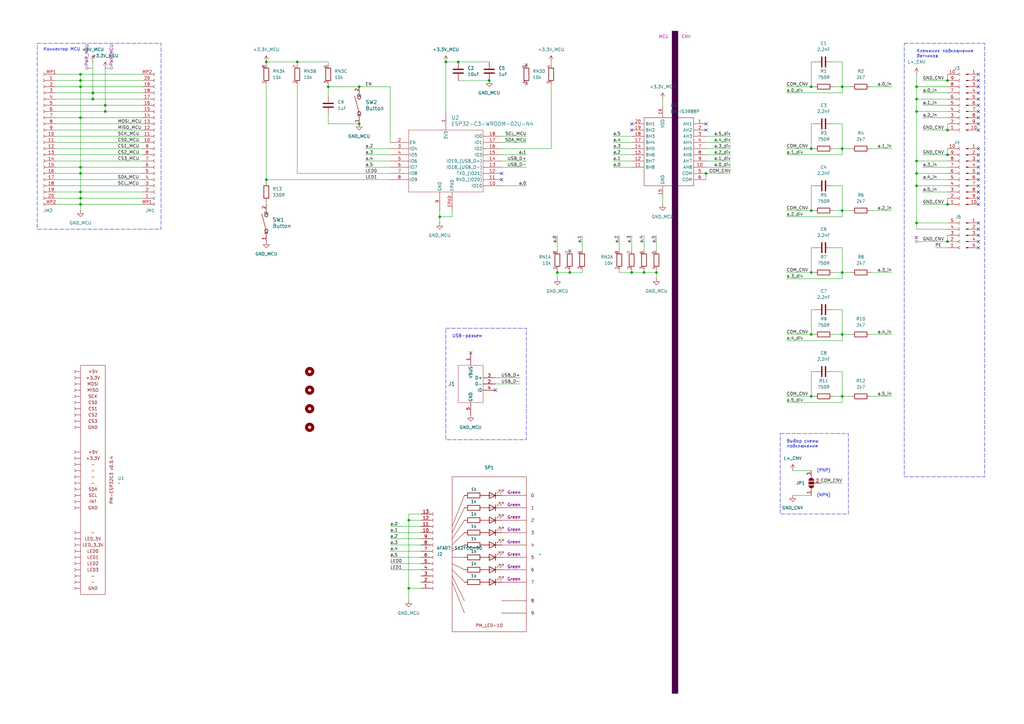
<source format=kicad_sch>
(kicad_sch (version 20250114) (generator "eeschema") (generator_version "9.0")
  (paper "A3")
  (title_block (title "${article} v${version}"))
  (rectangle (start 370.84 17.78) (end 403.86 195.58) (stroke (width 0) (type dash)))
  (rectangle (start 275.59 12.7) (end 278.13 284.48) (stroke (width 0) (type dot) (color 72 0 72 1)) (fill (type color) (color 72 0 72 1)))
  (rectangle (start 15.24 17.78) (end 66.04 93.98) (stroke (width 0) (type dash)))
  (rectangle (start 182.88 134.62) (end 215.9 180.34) (stroke (width 0) (type dash)))
  (rectangle (start 320.04 177.8) (end 347.98 210.82) (stroke (width 0) (type dash)))
  (text "Клеммник подключения \nдатчиков" (at 375.92 20.32 0) (effects (font (size 1.27 1.27)) (justify left top)))
  (text "USB-разъем" (at 185.42 137.16 0) (effects (font (size 1.27 1.27)) (justify left top)))
  (text "MCU" (at 274.32 15.24 0) (effects (font (size 1.27 1.27)) (justify right)))
  (text "(NPN)" (at 337.82 203.2 0) (effects (font (size 1.27 1.27))))
  (text "CNV" (at 279.4 15.24 0) (effects (font (size 1.27 1.27)) (justify left)))
  (text "Выбор схемы \nподключения" (at 322.58 180.34 0) (effects (font (size 1.27 1.27)) (justify left top)))
  (text "Коннектор MCU" (at 17.78 20.32 0) (effects (font (size 1.27 1.27)) (justify left)))
  (text "(PNP)" (at 337.82 193.04 0) (effects (font (size 1.27 1.27))))
  (junction (at 332.74 35.56))
  (junction (at 332.74 111.76))
  (junction (at 33.02 68.58))
  (junction (at 375.92 45.72))
  (junction (at 375.92 91.44))
  (junction (at 200.66 33.02))
  (junction (at 38.1 38.1))
  (junction (at 269.24 111.76))
  (junction (at 388.62 33.02))
  (junction (at 228.6 111.76))
  (junction (at 233.68 111.76))
  (junction (at 375.92 35.56))
  (junction (at 375.92 66.04))
  (junction (at 264.16 111.76))
  (junction (at 375.92 76.2))
  (junction (at 345.44 86.36))
  (junction (at 167.64 213.36))
  (junction (at 182.88 25.4))
  (junction (at 259.08 111.76))
  (junction (at 388.62 63.5))
  (junction (at 33.02 35.56))
  (junction (at 345.44 35.56))
  (junction (at 332.74 137.16))
  (junction (at 180.34 88.9))
  (junction (at 187.96 25.4))
  (junction (at 33.02 71.12))
  (junction (at 345.44 162.56))
  (junction (at 388.62 53.34))
  (junction (at 345.44 137.16))
  (junction (at 375.92 71.12))
  (junction (at 43.18 45.72))
  (junction (at 332.74 162.56))
  (junction (at 121.92 25.4))
  (junction (at 109.22 73.66))
  (junction (at 167.64 241.3))
  (junction (at 332.74 86.36))
  (junction (at 375.92 40.64))
  (junction (at 332.74 60.96))
  (junction (at 345.44 60.96))
  (junction (at 33.02 83.82))
  (junction (at 345.44 111.76))
  (junction (at 388.62 99.06))
  (junction (at 289.56 71.12))
  (junction (at 147.32 50.8))
  (junction (at 147.32 35.56))
  (junction (at 134.62 35.56))
  (junction (at 33.02 33.02))
  (junction (at 109.22 25.4))
  (junction (at 33.02 48.26))
  (junction (at 33.02 78.74))
  (junction (at 33.02 30.48))
  (junction (at 43.18 43.18))
  (junction (at 388.62 83.82))
  (junction (at 33.02 81.28))
  (junction (at 38.1 40.64))
  (no_connect (at 401.32 33.02))
  (no_connect (at 401.32 30.48))
  (no_connect (at 401.32 48.26))
  (no_connect (at 401.32 68.58))
  (no_connect (at 401.32 40.64))
  (no_connect (at 401.32 60.96))
  (no_connect (at 401.32 83.82))
  (no_connect (at 401.32 53.34))
  (no_connect (at 289.56 50.8))
  (no_connect (at 401.32 81.28))
  (no_connect (at 401.32 101.6))
  (no_connect (at 401.32 99.06))
  (no_connect (at 233.68 102.87))
  (no_connect (at 193.04 144.78))
  (no_connect (at 401.32 66.04))
  (no_connect (at 401.32 78.74))
  (no_connect (at 289.56 53.34))
  (no_connect (at 401.32 50.8))
  (no_connect (at 205.74 73.66))
  (no_connect (at 259.08 50.8))
  (no_connect (at 401.32 35.56))
  (no_connect (at 401.32 96.52))
  (no_connect (at 401.32 38.1))
  (no_connect (at 401.32 43.18))
  (no_connect (at 205.74 71.12))
  (no_connect (at 401.32 76.2))
  (no_connect (at 215.9 26.67))
  (no_connect (at 401.32 71.12))
  (no_connect (at 401.32 73.66))
  (no_connect (at 203.2 160.02))
  (no_connect (at 215.9 34.29))
  (no_connect (at 401.32 91.44))
  (no_connect (at 401.32 45.72))
  (no_connect (at 401.32 93.98))
  (no_connect (at 259.08 53.34))
  (no_connect (at 401.32 63.5))
  (wire (pts (xy 33.02 35.56) (xy 33.02 48.26)))
  (wire (pts (xy 332.74 50.8) (xy 332.74 60.96)))
  (wire (pts (xy 134.62 34.29) (xy 134.62 35.56)))
  (wire (pts (xy 383.54 101.6) (xy 388.62 101.6)))
  (wire (pts (xy 33.02 71.12) (xy 58.42 71.12)))
  (wire (pts (xy 43.18 43.18) (xy 58.42 43.18)))
  (wire (pts (xy 134.62 50.8) (xy 147.32 50.8)))
  (wire (pts (xy 341.63 86.36) (xy 345.44 86.36)))
  (wire (pts (xy 205.74 55.88) (xy 215.9 55.88)))
  (wire (pts (xy 269.24 96.52) (xy 269.24 102.87)))
  (wire (pts (xy 160.02 218.44) (xy 172.72 218.44)))
  (wire (pts (xy 33.02 83.82) (xy 58.42 83.82)))
  (wire (pts (xy 388.62 66.04) (xy 375.92 66.04)))
  (wire (pts (xy 33.02 68.58) (xy 33.02 71.12)))
  (wire (pts (xy 226.06 25.4) (xy 226.06 26.67)))
  (wire (pts (xy 22.86 38.1) (xy 38.1 38.1)))
  (wire (pts (xy 388.62 96.52) (xy 388.62 99.06)))
  (wire (pts (xy 251.46 60.96) (xy 259.08 60.96)))
  (wire (pts (xy 336.55 198.12) (xy 345.44 198.12)))
  (wire (pts (xy 334.01 25.4) (xy 332.74 25.4)))
  (wire (pts (xy 254 96.52) (xy 254 102.87)))
  (wire (pts (xy 388.62 91.44) (xy 375.92 91.44)))
  (wire (pts (xy 38.1 38.1) (xy 38.1 40.64)))
  (wire (pts (xy 172.72 210.82) (xy 167.64 210.82)))
  (wire (pts (xy 167.64 210.82) (xy 167.64 213.36)))
  (wire (pts (xy 375.92 93.98) (xy 375.92 91.44)))
  (wire (pts (xy 22.86 35.56) (xy 33.02 35.56)))
  (wire (pts (xy 233.68 110.49) (xy 233.68 111.76)))
  (wire (pts (xy 22.86 55.88) (xy 58.42 55.88)))
  (wire (pts (xy 345.44 101.6) (xy 345.44 111.76)))
  (wire (pts (xy 345.44 76.2) (xy 345.44 86.36)))
  (wire (pts (xy 356.87 137.16) (xy 365.76 137.16)))
  (wire (pts (xy 341.63 25.4) (xy 345.44 25.4)))
  (wire (pts (xy 109.22 34.29) (xy 109.22 73.66)))
  (wire (pts (xy 121.92 25.4) (xy 109.22 25.4)))
  (wire (pts (xy 121.92 71.12) (xy 121.92 34.29)))
  (wire (pts (xy 332.74 86.36) (xy 334.01 86.36)))
  (wire (pts (xy 341.63 101.6) (xy 345.44 101.6)))
  (wire (pts (xy 149.86 66.04) (xy 160.02 66.04)))
  (wire (pts (xy 182.88 25.4) (xy 182.88 45.72)))
  (wire (pts (xy 271.78 40.64) (xy 271.78 43.18)))
  (wire (pts (xy 22.86 53.34) (xy 58.42 53.34)))
  (wire (pts (xy 341.63 137.16) (xy 345.44 137.16)))
  (wire (pts (xy 33.02 81.28) (xy 33.02 83.82)))
  (wire (pts (xy 378.46 68.58) (xy 388.62 68.58)))
  (wire (pts (xy 345.44 111.76) (xy 349.25 111.76)))
  (wire (pts (xy 203.2 157.48) (xy 213.36 157.48)))
  (wire (pts (xy 251.46 58.42) (xy 259.08 58.42)))
  (wire (pts (xy 322.58 114.3) (xy 345.44 114.3)))
  (wire (pts (xy 185.42 86.36) (xy 185.42 88.9)))
  (wire (pts (xy 378.46 73.66) (xy 388.62 73.66)))
  (wire (pts (xy 345.44 127) (xy 345.44 137.16)))
  (wire (pts (xy 134.62 25.4) (xy 121.92 25.4)))
  (wire (pts (xy 238.76 96.52) (xy 238.76 102.87)))
  (wire (pts (xy 264.16 96.52) (xy 264.16 102.87)))
  (wire (pts (xy 205.74 66.04) (xy 215.9 66.04)))
  (wire (pts (xy 33.02 81.28) (xy 58.42 81.28)))
  (wire (pts (xy 33.02 78.74) (xy 58.42 78.74)))
  (wire (pts (xy 378.46 53.34) (xy 388.62 53.34)))
  (wire (pts (xy 375.92 71.12) (xy 375.92 66.04)))
  (wire (pts (xy 33.02 78.74) (xy 33.02 81.28)))
  (wire (pts (xy 205.74 58.42) (xy 215.9 58.42)))
  (wire (pts (xy 332.74 101.6) (xy 332.74 111.76)))
  (wire (pts (xy 38.1 40.64) (xy 58.42 40.64)))
  (wire (pts (xy 356.87 35.56) (xy 365.76 35.56)))
  (wire (pts (xy 22.86 78.74) (xy 33.02 78.74)))
  (wire (pts (xy 345.44 86.36) (xy 345.44 88.9)))
  (wire (pts (xy 160.02 220.98) (xy 172.72 220.98)))
  (wire (pts (xy 22.86 68.58) (xy 33.02 68.58)))
  (wire (pts (xy 334.01 101.6) (xy 332.74 101.6)))
  (wire (pts (xy 264.16 110.49) (xy 264.16 111.76)))
  (wire (pts (xy 38.1 25.4) (xy 38.1 38.1)))
  (wire (pts (xy 345.44 137.16) (xy 349.25 137.16)))
  (wire (pts (xy 259.08 111.76) (xy 254 111.76)))
  (wire (pts (xy 345.44 111.76) (xy 345.44 114.3)))
  (wire (pts (xy 356.87 111.76) (xy 365.76 111.76)))
  (wire (pts (xy 289.56 63.5) (xy 299.72 63.5)))
  (wire (pts (xy 388.62 63.5) (xy 378.46 63.5)))
  (wire (pts (xy 228.6 96.52) (xy 228.6 102.87)))
  (wire (pts (xy 160.02 71.12) (xy 121.92 71.12)))
  (wire (pts (xy 322.58 35.56) (xy 332.74 35.56)))
  (wire (pts (xy 378.46 99.06) (xy 388.62 99.06)))
  (wire (pts (xy 33.02 68.58) (xy 58.42 68.58)))
  (wire (pts (xy 251.46 63.5) (xy 259.08 63.5)))
  (wire (pts (xy 134.62 35.56) (xy 147.32 35.56)))
  (wire (pts (xy 388.62 30.48) (xy 388.62 33.02)))
  (wire (pts (xy 388.62 40.64) (xy 375.92 40.64)))
  (wire (pts (xy 33.02 33.02) (xy 58.42 33.02)))
  (wire (pts (xy 322.58 88.9) (xy 345.44 88.9)))
  (wire (pts (xy 388.62 76.2) (xy 375.92 76.2)))
  (wire (pts (xy 345.44 50.8) (xy 345.44 60.96)))
  (wire (pts (xy 187.96 25.4) (xy 200.66 25.4)))
  (wire (pts (xy 33.02 48.26) (xy 33.02 68.58)))
  (wire (pts (xy 205.74 76.2) (xy 215.9 76.2)))
  (wire (pts (xy 322.58 60.96) (xy 332.74 60.96)))
  (wire (pts (xy 22.86 58.42) (xy 58.42 58.42)))
  (wire (pts (xy 388.62 93.98) (xy 375.92 93.98)))
  (wire (pts (xy 254 111.76) (xy 254 110.49)))
  (wire (pts (xy 134.62 46.99) (xy 134.62 50.8)))
  (wire (pts (xy 378.46 83.82) (xy 388.62 83.82)))
  (wire (pts (xy 289.56 68.58) (xy 299.72 68.58)))
  (wire (pts (xy 109.22 82.55) (xy 109.22 83.82)))
  (wire (pts (xy 375.92 91.44) (xy 375.92 76.2)))
  (wire (pts (xy 341.63 35.56) (xy 345.44 35.56)))
  (wire (pts (xy 375.92 66.04) (xy 375.92 45.72)))
  (wire (pts (xy 33.02 48.26) (xy 58.42 48.26)))
  (wire (pts (xy 341.63 50.8) (xy 345.44 50.8)))
  (wire (pts (xy 345.44 35.56) (xy 345.44 38.1)))
  (wire (pts (xy 187.96 33.02) (xy 200.66 33.02)))
  (wire (pts (xy 289.56 71.12) (xy 299.72 71.12)))
  (wire (pts (xy 22.86 73.66) (xy 58.42 73.66)))
  (wire (pts (xy 332.74 127) (xy 332.74 137.16)))
  (wire (pts (xy 332.74 76.2) (xy 332.74 86.36)))
  (wire (pts (xy 22.86 76.2) (xy 58.42 76.2)))
  (wire (pts (xy 388.62 60.96) (xy 388.62 63.5)))
  (wire (pts (xy 33.02 83.82) (xy 33.02 86.36)))
  (wire (pts (xy 356.87 86.36) (xy 365.76 86.36)))
  (wire (pts (xy 22.86 60.96) (xy 58.42 60.96)))
  (wire (pts (xy 345.44 35.56) (xy 349.25 35.56)))
  (wire (pts (xy 160.02 226.06) (xy 172.72 226.06)))
  (wire (pts (xy 109.22 73.66) (xy 109.22 74.93)))
  (wire (pts (xy 289.56 66.04) (xy 299.72 66.04)))
  (wire (pts (xy 264.16 111.76) (xy 259.08 111.76)))
  (wire (pts (xy 341.63 162.56) (xy 345.44 162.56)))
  (wire (pts (xy 259.08 96.52) (xy 259.08 102.87)))
  (wire (pts (xy 22.86 30.48) (xy 33.02 30.48)))
  (wire (pts (xy 375.92 40.64) (xy 375.92 35.56)))
  (wire (pts (xy 322.58 63.5) (xy 345.44 63.5)))
  (wire (pts (xy 271.78 83.82) (xy 271.78 81.28)))
  (wire (pts (xy 33.02 30.48) (xy 58.42 30.48)))
  (wire (pts (xy 43.18 45.72) (xy 58.42 45.72)))
  (wire (pts (xy 341.63 76.2) (xy 345.44 76.2)))
  (wire (pts (xy 334.01 152.4) (xy 332.74 152.4)))
  (wire (pts (xy 22.86 81.28) (xy 33.02 81.28)))
  (wire (pts (xy 322.58 38.1) (xy 345.44 38.1)))
  (wire (pts (xy 378.46 48.26) (xy 388.62 48.26)))
  (wire (pts (xy 160.02 231.14) (xy 172.72 231.14)))
  (wire (pts (xy 269.24 110.49) (xy 269.24 111.76)))
  (wire (pts (xy 269.24 111.76) (xy 264.16 111.76)))
  (wire (pts (xy 109.22 25.4) (xy 109.22 26.67)))
  (wire (pts (xy 332.74 162.56) (xy 334.01 162.56)))
  (wire (pts (xy 322.58 111.76) (xy 332.74 111.76)))
  (wire (pts (xy 378.46 38.1) (xy 388.62 38.1)))
  (wire (pts (xy 167.64 241.3) (xy 167.64 246.38)))
  (wire (pts (xy 22.86 45.72) (xy 43.18 45.72)))
  (wire (pts (xy 345.44 162.56) (xy 345.44 165.1)))
  (wire (pts (xy 356.87 162.56) (xy 365.76 162.56)))
  (wire (pts (xy 332.74 60.96) (xy 334.01 60.96)))
  (wire (pts (xy 341.63 152.4) (xy 345.44 152.4)))
  (wire (pts (xy 22.86 50.8) (xy 58.42 50.8)))
  (wire (pts (xy 149.86 60.96) (xy 160.02 60.96)))
  (wire (pts (xy 322.58 137.16) (xy 332.74 137.16)))
  (wire (pts (xy 160.02 228.6) (xy 172.72 228.6)))
  (wire (pts (xy 388.62 45.72) (xy 375.92 45.72)))
  (wire (pts (xy 38.1 38.1) (xy 58.42 38.1)))
  (wire (pts (xy 205.74 63.5) (xy 215.9 63.5)))
  (wire (pts (xy 375.92 35.56) (xy 388.62 35.56)))
  (wire (pts (xy 345.44 152.4) (xy 345.44 162.56)))
  (wire (pts (xy 22.86 48.26) (xy 33.02 48.26)))
  (wire (pts (xy 149.86 63.5) (xy 160.02 63.5)))
  (wire (pts (xy 238.76 110.49) (xy 238.76 111.76)))
  (wire (pts (xy 160.02 35.56) (xy 160.02 58.42)))
  (wire (pts (xy 251.46 68.58) (xy 259.08 68.58)))
  (wire (pts (xy 345.44 25.4) (xy 345.44 35.56)))
  (wire (pts (xy 33.02 33.02) (xy 33.02 35.56)))
  (wire (pts (xy 160.02 233.68) (xy 172.72 233.68)))
  (wire (pts (xy 149.86 68.58) (xy 160.02 68.58)))
  (wire (pts (xy 251.46 66.04) (xy 259.08 66.04)))
  (wire (pts (xy 226.06 60.96) (xy 226.06 34.29)))
  (wire (pts (xy 378.46 43.18) (xy 388.62 43.18)))
  (wire (pts (xy 332.74 111.76) (xy 334.01 111.76)))
  (wire (pts (xy 375.92 30.48) (xy 375.92 35.56)))
  (wire (pts (xy 147.32 35.56) (xy 160.02 35.56)))
  (wire (pts (xy 180.34 88.9) (xy 180.34 91.44)))
  (wire (pts (xy 332.74 35.56) (xy 334.01 35.56)))
  (wire (pts (xy 341.63 111.76) (xy 345.44 111.76)))
  (wire (pts (xy 160.02 73.66) (xy 109.22 73.66)))
  (wire (pts (xy 22.86 40.64) (xy 38.1 40.64)))
  (wire (pts (xy 289.56 55.88) (xy 299.72 55.88)))
  (wire (pts (xy 22.86 43.18) (xy 43.18 43.18)))
  (wire (pts (xy 203.2 154.94) (xy 213.36 154.94)))
  (wire (pts (xy 322.58 86.36) (xy 332.74 86.36)))
  (wire (pts (xy 325.12 193.04) (xy 332.74 193.04)))
  (wire (pts (xy 33.02 71.12) (xy 33.02 78.74)))
  (wire (pts (xy 289.56 71.12) (xy 289.56 73.66)))
  (wire (pts (xy 322.58 162.56) (xy 332.74 162.56)))
  (wire (pts (xy 228.6 111.76) (xy 228.6 110.49)))
  (wire (pts (xy 269.24 114.3) (xy 269.24 111.76)))
  (wire (pts (xy 345.44 60.96) (xy 349.25 60.96)))
  (wire (pts (xy 43.18 43.18) (xy 43.18 45.72)))
  (wire (pts (xy 167.64 213.36) (xy 167.64 241.3)))
  (wire (pts (xy 378.46 78.74) (xy 388.62 78.74)))
  (wire (pts (xy 121.92 25.4) (xy 121.92 26.67)))
  (wire (pts (xy 22.86 33.02) (xy 33.02 33.02)))
  (wire (pts (xy 322.58 165.1) (xy 345.44 165.1)))
  (wire (pts (xy 341.63 60.96) (xy 345.44 60.96)))
  (wire (pts (xy 332.74 203.2) (xy 325.12 203.2)))
  (wire (pts (xy 341.63 127) (xy 345.44 127)))
  (wire (pts (xy 334.01 127) (xy 332.74 127)))
  (wire (pts (xy 251.46 55.88) (xy 259.08 55.88)))
  (wire (pts (xy 375.92 76.2) (xy 375.92 71.12)))
  (wire (pts (xy 289.56 60.96) (xy 299.72 60.96)))
  (wire (pts (xy 332.74 25.4) (xy 332.74 35.56)))
  (wire (pts (xy 160.02 223.52) (xy 172.72 223.52)))
  (wire (pts (xy 345.44 60.96) (xy 345.44 63.5)))
  (wire (pts (xy 356.87 60.96) (xy 365.76 60.96)))
  (wire (pts (xy 33.02 35.56) (xy 58.42 35.56)))
  (wire (pts (xy 289.56 58.42) (xy 299.72 58.42)))
  (wire (pts (xy 388.62 50.8) (xy 388.62 53.34)))
  (wire (pts (xy 172.72 241.3) (xy 167.64 241.3)))
  (wire (pts (xy 334.01 76.2) (xy 332.74 76.2)))
  (wire (pts (xy 43.18 27.94) (xy 43.18 43.18)))
  (wire (pts (xy 134.62 26.67) (xy 134.62 25.4)))
  (wire (pts (xy 228.6 111.76) (xy 233.68 111.76)))
  (wire (pts (xy 332.74 152.4) (xy 332.74 162.56)))
  (wire (pts (xy 22.86 71.12) (xy 33.02 71.12)))
  (wire (pts (xy 388.62 33.02) (xy 378.46 33.02)))
  (wire (pts (xy 160.02 215.9) (xy 172.72 215.9)))
  (wire (pts (xy 238.76 111.76) (xy 233.68 111.76)))
  (wire (pts (xy 332.74 137.16) (xy 334.01 137.16)))
  (wire (pts (xy 180.34 88.9) (xy 185.42 88.9)))
  (wire (pts (xy 22.86 83.82) (xy 33.02 83.82)))
  (wire (pts (xy 334.01 50.8) (xy 332.74 50.8)))
  (wire (pts (xy 322.58 139.7) (xy 345.44 139.7)))
  (wire (pts (xy 22.86 66.04) (xy 58.42 66.04)))
  (wire (pts (xy 205.74 68.58) (xy 215.9 68.58)))
  (wire (pts (xy 388.62 71.12) (xy 375.92 71.12)))
  (wire (pts (xy 388.62 81.28) (xy 388.62 83.82)))
  (wire (pts (xy 205.74 60.96) (xy 226.06 60.96)))
  (wire (pts (xy 134.62 35.56) (xy 134.62 39.37)))
  (wire (pts (xy 259.08 110.49) (xy 259.08 111.76)))
  (wire (pts (xy 167.64 213.36) (xy 172.72 213.36)))
  (wire (pts (xy 345.44 162.56) (xy 349.25 162.56)))
  (wire (pts (xy 345.44 137.16) (xy 345.44 139.7)))
  (wire (pts (xy 22.86 63.5) (xy 58.42 63.5)))
  (wire (pts (xy 182.88 25.4) (xy 187.96 25.4)))
  (wire (pts (xy 228.6 111.76) (xy 228.6 114.3)))
  (wire (pts (xy 33.02 30.48) (xy 33.02 33.02)))
  (wire (pts (xy 345.44 86.36) (xy 349.25 86.36)))
  (wire (pts (xy 180.34 86.36) (xy 180.34 88.9)))
  (wire (pts (xy 375.92 45.72) (xy 375.92 40.64)))
  (label "COM_CNV" (at 322.58 137.16 0))
  (label "LED0" (at 149.86 71.12 0))
  (label "a.1_in" (at 378.46 43.18 0))
  (label "a.2" (at 149.86 60.96 0))
  (label "SCL_MCU" (at 48.26 76.2 0))
  (label "COM_CNV" (at 299.72 71.12 180))
  (label "a.4_in" (at 378.46 73.66 0))
  (label "a.4" (at 149.86 66.04 0))
  (label "a.0" (at 160.02 215.9 0))
  (label "a.2_in" (at 378.46 48.26 0))
  (label "COM_CNV" (at 345.44 198.12 180))
  (label "COM_CNV" (at 322.58 86.36 0))
  (label "SDA_MCU" (at 48.26 73.66 0))
  (label "a.2" (at 254 96.52 270))
  (label "a.4_div" (at 322.58 139.7 0))
  (label "a.3" (at 251.46 60.96 0))
  (label "a.4" (at 264.16 96.52 270))
  (label "a.1_div" (at 299.72 66.04 180))
  (label "a.0" (at 251.46 68.58 0))
  (label "a.0" (at 228.6 96.52 270))
  (label "a.2_div" (at 299.72 63.5 180))
  (label "GND_CNV" (at 378.46 53.34 0))
  (label "CS0_MCU" (at 48.26 58.42 0))
  (label "a.1_div" (at 322.58 63.5 0))
  (label "MISO_MCU" (at 48.26 53.34 0))
  (label "a.2" (at 251.46 63.5 0))
  (label "a.1" (at 251.46 66.04 0))
  (label "a.3_in" (at 378.46 68.58 0))
  (label "GND_CNV" (at 378.46 83.82 0))
  (label "a.1" (at 160.02 218.44 0))
  (label "a.4" (at 160.02 226.06 0))
  (label "a.5_in" (at 378.46 78.74 0))
  (label "COM_CNV" (at 322.58 111.76 0))
  (label "MOSI_MCU" (at 48.26 50.8 0))
  (label "GND_CNV" (at 378.46 33.02 0))
  (label "SDA_MCU" (at 215.9 58.42 180))
  (label "a.2_in" (at 365.76 86.36 180))
  (label "a.5" (at 251.46 55.88 0))
  (label "COM_CNV" (at 322.58 60.96 0))
  (label "a.3_in" (at 365.76 111.76 180))
  (label "a.5" (at 149.86 68.58 0))
  (label "LED1" (at 149.86 73.66 0))
  (label "a.1" (at 238.76 96.52 270))
  (label "a.5_div" (at 299.72 55.88 180))
  (label "a.3_div" (at 299.72 60.96 180))
  (label "a.3_div" (at 322.58 114.3 0))
  (label "COM_CNV" (at 322.58 162.56 0))
  (label "USB_D-" (at 215.9 68.58 180))
  (label "a.3" (at 149.86 63.5 0))
  (label "SCL_MCU" (at 215.9 55.88 180))
  (label "PE" (at 383.54 101.6 0))
  (label "a.2_div" (at 322.58 88.9 0))
  (label "GND_CNV" (at 378.46 63.5 0))
  (label "EN" (at 149.86 35.56 0))
  (label "CS1_MCU" (at 48.26 60.96 0))
  (label "a.0_div" (at 299.72 68.58 180))
  (label "a.1" (at 215.9 63.5 180))
  (label "CS3_MCU" (at 48.26 66.04 0))
  (label "a.4_div" (at 299.72 58.42 180))
  (label "LED0" (at 160.02 231.14 0))
  (label "USB_D-" (at 213.36 157.48 180))
  (label "USB_D+" (at 215.9 66.04 180))
  (label "GND_CNV" (at 378.46 99.06 0))
  (label "a.3" (at 160.02 223.52 0))
  (label "a.5_div" (at 322.58 165.1 0))
  (label "a.0_in" (at 365.76 35.56 180))
  (label "USB_D+" (at 213.36 154.94 180))
  (label "a.4_in" (at 365.76 137.16 180))
  (label "a.0_div" (at 322.58 38.1 0))
  (label "SCK_MCU" (at 48.26 55.88 0))
  (label "a.0" (at 215.9 76.2 180))
  (label "a.1_in" (at 365.76 60.96 180))
  (label "a.0_in" (at 378.46 38.1 0))
  (label "a.5" (at 160.02 228.6 0))
  (label "a.5" (at 269.24 96.52 270))
  (label "CS2_MCU" (at 48.26 63.5 0))
  (label "a.4" (at 251.46 58.42 0))
  (label "LED1" (at 160.02 233.68 0))
  (label "a.2" (at 160.02 220.98 0))
  (label "a.3" (at 259.08 96.52 270))
  (label "COM_CNV" (at 322.58 35.56 0))
  (label "a.5_in" (at 365.76 162.56 180))
  (netclass_flag "" (length 2.54) (shape round) (at 38.1 27.94 90) (property "Netclass" "PWR_MCU" (at 35.56 27.2415 90) (effects (font (italic yes)) (justify left))))
  (netclass_flag "" (length 2.54) (shape round) (at 43.18 27.94 270) (property "Netclass" "PWR_MCU" (at 45.72 27.2415 90) (effects (font (italic yes)) (justify left))))
  (netclass_flag "" (length 2.54) (shape round) (at 378.46 99.06 90) (property "Netclass" "M" (at 375.92 98.3615 90) (effects (font (italic yes)) (justify left))))
  (symbol (lib_id "power:+24V") (at 375.92 30.48 0) (unit 1)
    (property "Reference" "#PWR06" (effects (hide yes)))
    (property "Value" "L+_CNV" (at 375.92 25.4 0))
  )
  (symbol (lib_id "kicad_inventree_lib:R_2k7_0603_1%") (at 353.06 111.76 90) (unit 1)
    (property "Reference" "R8" (at 353.06 105.41 90))
    (property "Value" "2k7" (at 353.06 107.95 90))
    (property "Footprint" "Resistor_SMD:R_0603_1608Metric" (effects (hide yes)))
    (property "Datasheet" "http://inventree.network/part/246/" (effects (hide yes)))
    (property "Description" "Resistor" (effects (hide yes)))
    (property "part_ipn" "R_2k7_0603_1%" (effects (hide yes)))
  )
  (symbol (lib_id "kicad_inventree_lib:MountingHole_M3") (at 127 160.02 0) (unit 1) (exclude_from_sim yes) (in_bom no)
    (property "Reference" "H5" (effects (hide yes)))
    (property "Value" "MountingHole_M3" (effects (hide yes)))
    (property "Footprint" "kicad_inventree_lib:MountingHole_M3" (effects (hide yes)))
    (property "Description" "Mounting Hole without connection" (effects (hide yes)))
  )
  (symbol (lib_id "kicad_inventree_lib:XL-1606SYGC") (at 201.93 218.44 180) (unit 1) (on_board no)
    (property "Reference" "D4" (effects (hide yes)))
    (property "Value" "XL-1606SYGC" (effects (hide yes)))
    (property "Footprint" "kicad_inventree_lib:XL-1606" (effects (hide yes)))
    (property "Datasheet" "http://inventree.network/part/278/" (effects (hide yes)))
    (property "Description" "Green" (at 210.82 217.17 0))
    (property "part_ipn" "XL-1606SYGC" (effects (hide yes)))
  )
  (symbol (lib_id "kicad_inventree_lib:R_2k7_0603_1%") (at 353.06 86.36 90) (unit 1)
    (property "Reference" "R6" (at 353.06 80.01 90))
    (property "Value" "2k7" (at 353.06 82.55 90))
    (property "Footprint" "Resistor_SMD:R_0603_1608Metric" (effects (hide yes)))
    (property "Datasheet" "http://inventree.network/part/246/" (effects (hide yes)))
    (property "Description" "Resistor" (effects (hide yes)))
    (property "part_ipn" "R_2k7_0603_1%" (effects (hide yes)))
  )
  (symbol (lib_id "kicad_inventree_lib:R_330R_0603_1%") (at 109.22 78.74 180) (unit 1)
    (property "Reference" "R13" (at 111.76 77.4699 0) (effects (justify right)))
    (property "Value" "330R" (at 111.76 80.0099 0) (effects (justify right)))
    (property "Footprint" "Resistor_SMD:R_0603_1608Metric" (effects (hide yes)))
    (property "Datasheet" "http://inventree.network/part/235/" (effects (hide yes)))
    (property "Description" "Resistor" (effects (hide yes)))
    (property "part_ipn" "R_330R_0603_1%" (effects (hide yes)))
  )
  (symbol (lib_id "kicad_inventree_lib:15EDGK-3.5-10P") (at 396.24 40.64 0) (unit 1) (on_board no)
    (property "Reference" "J8" (effects (hide yes)))
    (property "Value" "15EDGK-3.5-10P" (effects (hide yes)))
    (property "Datasheet" "http://inventree.network/part/248/" (effects (hide yes)))
    (property "Description" "Generic connector, single row, 01x10, script generated" (effects (hide yes)))
    (property "part_ipn" "15EDGK-3.5-10P" (effects (hide yes)))
  )
  (symbol (lib_id "kicad_inventree_lib: C_1uF_16V_0603_MLCC-X7R ") (at 200.66 29.21 0) (unit 1)
    (property "Reference" "C5" (at 204.47 27.9399 0) (effects (justify left)))
    (property "Value" "1uF" (at 204.47 30.4799 0) (effects (justify left)))
    (property "Footprint" "Capacitor_SMD:C_0603_1608Metric" (effects (hide yes)))
    (property "Datasheet" "http://inventree.network/part/227/" (effects (hide yes)))
    (property "Description" "Unpolarized capacitor" (effects (hide yes)))
    (property "part_ipn" " C_1uF_16V_0603_MLCC-X7R " (effects (hide yes)))
  )
  (symbol (lib_id "kicad_inventree_lib:TS-1088-AR02016") (at 147.32 50.8 90) (unit 1)
    (property "Reference" "SW2" (at 149.86 41.9099 90) (effects (font (size 1.524 1.524)) (justify right)))
    (property "Value" "Button" (at 149.86 44.4499 90) (effects (font (size 1.524 1.524)) (justify right)))
    (property "Footprint" "kicad_inventree_lib:SW_TS-1088_XNP-M" (effects (hide yes)))
    (property "Datasheet" "http://inventree.network/part/139/" (effects (hide yes)))
    (property "part_ipn" "TS-1088-AR02016 " (effects (hide yes)))
  )
  (symbol (lib_id "kicad_inventree_lib:C_2.2nF_50V_0603_MLCC-X7R") (at 337.82 50.8 90) (unit 1)
    (property "Reference" "C3" (at 337.82 43.18 90))
    (property "Value" "2.2nF" (at 337.82 45.72 90))
    (property "Footprint" "Capacitor_SMD:C_0603_1608Metric" (effects (hide yes)))
    (property "Description" "Unpolarized capacitor" (effects (hide yes)))
    (property "part_ipn" "C_2.2nF_50V_0603_MLCC-X7R" (effects (hide yes)))
  )
  (symbol (lib_id "kicad_inventree_lib:R_10k_0603x4_1%") (at 254 106.68 0) (unit 1)
    (property "Reference" "RN2" (at 251.46 105.41 0) (effects (justify right)))
    (property "Value" "10k" (at 251.46 107.95 0) (effects (justify right)))
    (property "Footprint" "Resistor_SMD:R_Array_Convex_4x0603" (effects (hide yes)))
    (property "Datasheet" "http://inventree.network/part/233/" (effects (hide yes)))
    (property "Description" "4 resistor network, parallel topology, split" (effects (hide yes)))
    (property "part_ipn" "R_10k_0603x4_1%" (effects (hide yes)))
  )
  (symbol (lib_id "kicad_inventree_lib:15EDGRC-3.5-10P") (at 393.7 43.18 0) (mirror x) (unit 1)
    (property "Reference" "J3" (at 393.7 27.94 0) (effects (justify right)))
    (property "Value" "15EDGRC-3.5-10P" (effects (hide yes)))
    (property "Footprint" "kicad_inventree_lib:15EDGRC-3.5-10P" (effects (hide yes)))
    (property "Datasheet" "http://inventree.network/part/237/" (effects (hide yes)))
    (property "Description" "Generic connector, single row, 01x09, script generated" (effects (hide yes)))
    (property "part_ipn" "15EDGRC-3.5-10P" (effects (hide yes)))
  )
  (symbol (lib_id "kicad_inventree_lib:C_2.2nF_50V_0603_MLCC-X7R") (at 337.82 101.6 90) (unit 1)
    (property "Reference" "C6" (at 337.82 93.98 90))
    (property "Value" "2.2nF" (at 337.82 96.52 90))
    (property "Footprint" "Capacitor_SMD:C_0603_1608Metric" (effects (hide yes)))
    (property "Description" "Unpolarized capacitor" (effects (hide yes)))
    (property "part_ipn" "C_2.2nF_50V_0603_MLCC-X7R" (effects (hide yes)))
  )
  (symbol (lib_id "kicad_inventree_lib:R_1k_0603_1%") (at 194.31 228.6 90) (unit 1) (on_board no)
    (property "Reference" "R19" (effects (hide yes)))
    (property "Value" "1k" (at 194.31 226.06 90))
    (property "Footprint" "Resistor_SMD:R_0603_1608Metric" (effects (hide yes)))
    (property "Datasheet" "http://inventree.network/part/280/" (effects (hide yes)))
    (property "Description" "Resistor" (effects (hide yes)))
    (property "part_ipn" "R_1k_0603_1%" (effects (hide yes)))
  )
  (symbol (lib_id "kicad_inventree_lib:XL-1606SYGC") (at 201.93 223.52 180) (unit 1) (on_board no)
    (property "Reference" "D5" (effects (hide yes)))
    (property "Value" "XL-1606SYGC" (effects (hide yes)))
    (property "Footprint" "kicad_inventree_lib:XL-1606" (effects (hide yes)))
    (property "Datasheet" "http://inventree.network/part/278/" (effects (hide yes)))
    (property "Description" "Green" (at 210.82 222.25 0))
    (property "part_ipn" "XL-1606SYGC" (effects (hide yes)))
  )
  (symbol (lib_id "power:GND") (at 167.64 246.38 0) (mirror y) (unit 1)
    (property "Reference" "#PWR09" (effects (hide yes)))
    (property "Value" "GND_MCU" (at 167.64 251.46 0))
    (property "Description" "Power symbol creates a global label with name \"GND\" , ground" (effects (hide yes)))
  )
  (symbol (lib_id "power:GND") (at 200.66 33.02 0) (unit 1)
    (property "Reference" "#PWR010" (effects (hide yes)))
    (property "Value" "GND_MCU" (at 200.66 38.1 0))
    (property "Description" "Power symbol creates a global label with name \"GND\" , ground" (effects (hide yes)))
  )
  (symbol (lib_id "kicad_inventree_lib:C_2.2nF_50V_0603_MLCC-X7R") (at 337.82 76.2 90) (unit 1)
    (property "Reference" "C4" (at 337.82 68.58 90))
    (property "Value" "2.2nF" (at 337.82 71.12 90))
    (property "Footprint" "Capacitor_SMD:C_0603_1608Metric" (effects (hide yes)))
    (property "Description" "Unpolarized capacitor" (effects (hide yes)))
    (property "part_ipn" "C_2.2nF_50V_0603_MLCC-X7R" (effects (hide yes)))
  )
  (symbol (lib_id "kicad_inventree_lib:R_10k_0603x4_1%") (at 121.92 30.48 0) (unit 2)
    (property "Reference" "RN3" (at 124.46 29.2099 0) (effects (justify left)))
    (property "Value" "10k" (at 124.46 31.7499 0) (effects (justify left)))
    (property "Footprint" "Resistor_SMD:R_Array_Convex_4x0603" (effects (hide yes)))
    (property "Datasheet" "http://inventree.network/part/233/" (effects (hide yes)))
    (property "Description" "4 resistor network, parallel topology, split" (effects (hide yes)))
    (property "part_ipn" "R_10k_0603x4_1%" (effects (hide yes)))
  )
  (symbol (lib_id "kicad_inventree_lib:R_10k_0603x4_1%") (at 215.9 30.48 0) (unit 4)
    (property "Reference" "RN3" (at 218.44 29.2099 0) (effects (justify left)))
    (property "Value" "10k" (at 218.44 31.7499 0) (effects (justify left)))
    (property "Footprint" "Resistor_SMD:R_Array_Convex_4x0603" (effects (hide yes)))
    (property "Datasheet" "http://inventree.network/part/233/" (effects (hide yes)))
    (property "Description" "4 resistor network, parallel topology, split" (effects (hide yes)))
    (property "part_ipn" "R_10k_0603x4_1%" (effects (hide yes)))
  )
  (symbol (lib_id "power:+5V") (at 43.18 27.94 0) (unit 1)
    (property "Reference" "#PWR02" (effects (hide yes)))
    (property "Value" "+3.3V_MCU" (at 43.18 22.86 0))
    (property "Description" "Power symbol creates a global label with name \"+5V\"" (effects (hide yes)))
  )
  (symbol (lib_id "kicad_inventree_lib:R_1k_0603_1%") (at 194.31 238.76 90) (unit 1) (on_board no)
    (property "Reference" "R21" (effects (hide yes)))
    (property "Value" "1k" (at 194.31 236.22 90))
    (property "Footprint" "Resistor_SMD:R_0603_1608Metric" (effects (hide yes)))
    (property "Datasheet" "http://inventree.network/part/280/" (effects (hide yes)))
    (property "Description" "Resistor" (effects (hide yes)))
    (property "part_ipn" "R_1k_0603_1%" (effects (hide yes)))
  )
  (symbol (lib_id "kicad_inventree_lib:PM-ESP32C3_v0.0.5") (at 38.1 147.32 0) (unit 1) (in_bom no)
    (property "Reference" "U1" (at 48.26 196.2149 0) (effects (justify left)))
    (property "Value" "~" (at 48.26 198.12 0) (effects (justify left)))
    (property "Footprint" "kicad_inventree_lib:PM-ESP32C3_v0.0.5" (effects (hide yes)))
    (property "part_ipn" "PM-ESP32C3_v0.0.4" (effects (hide yes)))
  )
  (symbol (lib_id "kicad_inventree_lib:15EDGK-3.5-10P") (at 396.24 71.12 0) (unit 1) (on_board no)
    (property "Reference" "J9" (effects (hide yes)))
    (property "Value" "15EDGK-3.5-10P" (effects (hide yes)))
    (property "Datasheet" "http://inventree.network/part/248/" (effects (hide yes)))
    (property "Description" "Generic connector, single row, 01x10, script generated" (effects (hide yes)))
    (property "part_ipn" "15EDGK-3.5-10P" (effects (hide yes)))
  )
  (symbol (lib_id "kicad_inventree_lib:15EDGK-3.5-05P") (at 396.24 101.6 0) (unit 1) (on_board no)
    (property "Reference" "J10" (effects (hide yes)))
    (property "Value" "15EDGK-3.5-05P" (effects (hide yes)))
    (property "Datasheet" "http://inventree.network/part/250/" (effects (hide yes)))
    (property "Description" "Generic connector, single row, 01x10, script generated" (effects (hide yes)))
    (property "part_ipn" "15EDGK-3.5-05P" (effects (hide yes)))
  )
  (symbol (lib_id "kicad_inventree_lib:R_1k_0603_1%") (at 194.31 223.52 90) (unit 1) (on_board no)
    (property "Reference" "R18" (effects (hide yes)))
    (property "Value" "1k" (at 194.31 220.98 90))
    (property "Footprint" "Resistor_SMD:R_0603_1608Metric" (effects (hide yes)))
    (property "Datasheet" "http://inventree.network/part/280/" (effects (hide yes)))
    (property "Description" "Resistor" (effects (hide yes)))
    (property "part_ipn" "R_1k_0603_1%" (effects (hide yes)))
  )
  (symbol (lib_id "power:GND") (at 271.78 83.82 0) (unit 1)
    (property "Reference" "#PWR05" (effects (hide yes)))
    (property "Value" "GND_MCU" (at 271.78 88.9 0))
    (property "Description" "Power symbol creates a global label with name \"GND\" , ground" (effects (hide yes)))
  )
  (symbol (lib_id "power:+3.3V") (at 109.22 25.4 0) (unit 1)
    (property "Reference" "#PWR018" (effects (hide yes)))
    (property "Value" "+3.3V_MCU" (at 109.22 20.32 0))
    (property "Description" "Power symbol creates a global label with name \"+3.3V\"" (effects (hide yes)))
  )
  (symbol (lib_id "kicad_inventree_lib:C_2.2nF_50V_0603_MLCC-X7R") (at 337.82 152.4 90) (unit 1)
    (property "Reference" "C8" (at 337.82 144.78 90))
    (property "Value" "2.2nF" (at 337.82 147.32 90))
    (property "Footprint" "Capacitor_SMD:C_0603_1608Metric" (effects (hide yes)))
    (property "Description" "Unpolarized capacitor" (effects (hide yes)))
    (property "part_ipn" "C_2.2nF_50V_0603_MLCC-X7R" (effects (hide yes)))
  )
  (symbol (lib_id "kicad_inventree_lib:R_2k7_0603_1%") (at 353.06 35.56 90) (unit 1)
    (property "Reference" "R2" (at 353.06 29.21 90))
    (property "Value" "2k7" (at 353.06 31.75 90))
    (property "Footprint" "Resistor_SMD:R_0603_1608Metric" (effects (hide yes)))
    (property "Datasheet" "http://inventree.network/part/246/" (effects (hide yes)))
    (property "Description" "Resistor" (effects (hide yes)))
    (property "part_ipn" "R_2k7_0603_1%" (effects (hide yes)))
  )
  (symbol (lib_id "kicad_inventree_lib:R_2k7_0603_1%") (at 353.06 137.16 90) (unit 1)
    (property "Reference" "R10" (at 353.06 130.81 90))
    (property "Value" "2k7" (at 353.06 133.35 90))
    (property "Footprint" "Resistor_SMD:R_0603_1608Metric" (effects (hide yes)))
    (property "Datasheet" "http://inventree.network/part/246/" (effects (hide yes)))
    (property "Description" "Resistor" (effects (hide yes)))
    (property "part_ipn" "R_2k7_0603_1%" (effects (hide yes)))
  )
  (symbol (lib_id "power:GND") (at 325.12 203.2 0) (unit 1)
    (property "Reference" "#PWR011" (effects (hide yes)))
    (property "Value" "GND_CNV" (at 325.12 208.28 0))
    (property "Description" "Power symbol creates a global label with name \"GND\" , ground" (effects (hide yes)))
  )
  (symbol (lib_id "kicad_inventree_lib:R_10k_0603x4_1%") (at 228.6 106.68 0) (unit 1)
    (property "Reference" "RN1" (at 226.06 105.41 0) (effects (justify right)))
    (property "Value" "10k" (at 226.06 107.95 0) (effects (justify right)))
    (property "Footprint" "Resistor_SMD:R_Array_Convex_4x0603" (effects (hide yes)))
    (property "Datasheet" "http://inventree.network/part/233/" (effects (hide yes)))
    (property "Description" "4 resistor network, parallel topology, split" (effects (hide yes)))
    (property "part_ipn" "R_10k_0603x4_1%" (effects (hide yes)))
  )
  (symbol (lib_id "kicad_inventree_lib:R_1k_0603_1%") (at 194.31 203.2 90) (unit 1) (on_board no)
    (property "Reference" "R14" (effects (hide yes)))
    (property "Value" "1k" (at 194.31 200.66 90))
    (property "Footprint" "Resistor_SMD:R_0603_1608Metric" (effects (hide yes)))
    (property "Datasheet" "http://inventree.network/part/280/" (effects (hide yes)))
    (property "Description" "Resistor" (effects (hide yes)))
    (property "part_ipn" "R_1k_0603_1%" (effects (hide yes)))
  )
  (symbol (lib_id "kicad_inventree_lib:TS-1088-AR02016") (at 109.22 99.06 90) (unit 1)
    (property "Reference" "SW1" (at 111.76 90.1699 90) (effects (font (size 1.524 1.524)) (justify right)))
    (property "Value" "Button" (at 111.76 92.7099 90) (effects (font (size 1.524 1.524)) (justify right)))
    (property "Footprint" "kicad_inventree_lib:SW_TS-1088_XNP-M" (effects (hide yes)))
    (property "Datasheet" "http://inventree.network/part/139/" (effects (hide yes)))
    (property "part_ipn" "TS-1088-AR02016 " (effects (hide yes)))
  )
  (symbol (lib_id "kicad_inventree_lib:R_2k7_0603_1%") (at 353.06 162.56 90) (unit 1)
    (property "Reference" "R12" (at 353.06 156.21 90))
    (property "Value" "2k7" (at 353.06 158.75 90))
    (property "Footprint" "Resistor_SMD:R_0603_1608Metric" (effects (hide yes)))
    (property "Datasheet" "http://inventree.network/part/246/" (effects (hide yes)))
    (property "Description" "Resistor" (effects (hide yes)))
    (property "part_ipn" "R_2k7_0603_1%" (effects (hide yes)))
  )
  (symbol (lib_id "power:+3.3V") (at 226.06 25.4 0) (unit 1)
    (property "Reference" "#PWR019" (effects (hide yes)))
    (property "Value" "+3.3V_MCU" (at 226.06 20.32 0))
    (property "Description" "Power symbol creates a global label with name \"+3.3V\"" (effects (hide yes)))
  )
  (symbol (lib_id "power:+5V") (at 38.1 25.4 0) (unit 1)
    (property "Reference" "#PWR01" (effects (hide yes)))
    (property "Value" "+5V_MCU" (at 38.1 20.32 0))
    (property "Description" "Power symbol creates a global label with name \"+5V\"" (effects (hide yes)))
  )
  (symbol (lib_id "kicad_inventree_lib:XL-1606SYGC") (at 201.93 233.68 180) (unit 1) (on_board no)
    (property "Reference" "D7" (effects (hide yes)))
    (property "Value" "XL-1606SYGC" (effects (hide yes)))
    (property "Footprint" "kicad_inventree_lib:XL-1606" (effects (hide yes)))
    (property "Datasheet" "http://inventree.network/part/278/" (effects (hide yes)))
    (property "Description" "Green" (at 210.82 232.41 0))
    (property "part_ipn" "XL-1606SYGC" (effects (hide yes)))
  )
  (symbol (lib_id "kicad_inventree_lib:XL-1606SYGC") (at 201.93 213.36 180) (unit 1) (on_board no)
    (property "Reference" "D3" (effects (hide yes)))
    (property "Value" "XL-1606SYGC" (effects (hide yes)))
    (property "Footprint" "kicad_inventree_lib:XL-1606" (effects (hide yes)))
    (property "Datasheet" "http://inventree.network/part/278/" (effects (hide yes)))
    (property "Description" "Green" (at 210.82 212.09 0))
    (property "part_ipn" "XL-1606SYGC" (effects (hide yes)))
  )
  (symbol (lib_id "kicad_inventree_lib:15EDGRC-3.5-05P") (at 393.7 91.44 0) (mirror x) (unit 1)
    (property "Reference" "J6" (at 393.065 88.9 0))
    (property "Value" "15EDGRC-3.5-05P" (effects (hide yes)))
    (property "Footprint" "kicad_inventree_lib:15EDGRC-3.5-05P" (effects (hide yes)))
    (property "Datasheet" "http://inventree.network/part/238/" (effects (hide yes)))
    (property "Description" "Generic connector, single row, 01x09, script generated" (effects (hide yes)))
    (property "part_ipn" "15EDGRC-3.5-05P" (effects (hide yes)))
  )
  (symbol (lib_id "kicad_inventree_lib:XKG_U254-051T-4BH83-S1S") (at 193.04 149.86 0) (mirror y) (unit 1)
    (property "Reference" "J1" (at 186.69 157.4799 0) (effects (font (size 1.524 1.524)) (justify left)))
    (property "Value" "U254-051T-4BH83-S1S" (effects (hide yes)))
    (property "Footprint" "kicad_inventree_lib:CONN5_H83-S1S_XKB" (effects (hide yes)))
    (property "Datasheet" "http://inventree.network/part/136/" (effects (hide yes)))
    (property "part_ipn" "U254-051T-4BH83-S1S " (effects (hide yes)))
  )
  (symbol (lib_id "kicad_inventree_lib:C_2.2nF_50V_0603_MLCC-X7R") (at 337.82 127 90) (unit 1)
    (property "Reference" "C7" (at 337.82 119.38 90))
    (property "Value" "2.2nF" (at 337.82 121.92 90))
    (property "Footprint" "Capacitor_SMD:C_0603_1608Metric" (effects (hide yes)))
    (property "Description" "Unpolarized capacitor" (effects (hide yes)))
    (property "part_ipn" "C_2.2nF_50V_0603_MLCC-X7R" (effects (hide yes)))
  )
  (symbol (lib_id "kicad_inventree_lib:R_750R_0603_1%") (at 337.82 35.56 90) (unit 1)
    (property "Reference" "R1" (at 337.82 29.21 90))
    (property "Value" "750R" (at 337.82 31.75 90))
    (property "Footprint" "Resistor_SMD:R_0603_1608Metric" (effects (hide yes)))
    (property "Datasheet" "http://inventree.network/part/245/" (effects (hide yes)))
    (property "Description" "Resistor" (effects (hide yes)))
    (property "part_ipn" "R_750R_0603_1%" (effects (hide yes)))
  )
  (symbol (lib_id "kicad_inventree_lib:R_2k7_0603_1%") (at 353.06 60.96 90) (unit 1)
    (property "Reference" "R4" (at 353.06 54.61 90))
    (property "Value" "2k7" (at 353.06 57.15 90))
    (property "Footprint" "Resistor_SMD:R_0603_1608Metric" (effects (hide yes)))
    (property "Datasheet" "http://inventree.network/part/246/" (effects (hide yes)))
    (property "Description" "Resistor" (effects (hide yes)))
    (property "part_ipn" "R_2k7_0603_1%" (effects (hide yes)))
  )
  (symbol (lib_id "power:+3.3V") (at 182.88 25.4 0) (unit 1)
    (property "Reference" "#PWR014" (effects (hide yes)))
    (property "Value" "+3.3V_MCU" (at 182.88 20.32 0))
    (property "Description" "Power symbol creates a global label with name \"+3.3V\"" (effects (hide yes)))
  )
  (symbol (lib_id "kicad_inventree_lib:R_10k_0603x4_1%") (at 269.24 106.68 0) (unit 4)
    (property "Reference" "RN2" (effects (hide yes)))
    (property "Value" "10k" (effects (hide yes)))
    (property "Footprint" "Resistor_SMD:R_Array_Convex_4x0603" (effects (hide yes)))
    (property "Datasheet" "http://inventree.network/part/233/" (effects (hide yes)))
    (property "Description" "4 resistor network, parallel topology, split" (effects (hide yes)))
    (property "part_ipn" "R_10k_0603x4_1%" (effects (hide yes)))
  )
  (symbol (lib_id "kicad_inventree_lib:R_10k_0603x4_1%") (at 226.06 30.48 180) (unit 4)
    (property "Reference" "RN1" (effects (hide yes)))
    (property "Value" "10k" (effects (hide yes)))
    (property "Footprint" "Resistor_SMD:R_Array_Convex_4x0603" (effects (hide yes)))
    (property "Datasheet" "http://inventree.network/part/233/" (effects (hide yes)))
    (property "Description" "4 resistor network, parallel topology, split" (effects (hide yes)))
    (property "part_ipn" "R_10k_0603x4_1%" (effects (hide yes)))
  )
  (symbol (lib_id "kicad_inventree_lib:R_10k_0603x4_1%") (at 264.16 106.68 0) (unit 3)
    (property "Reference" "RN2" (effects (hide yes)))
    (property "Value" "10k" (effects (hide yes)))
    (property "Footprint" "Resistor_SMD:R_Array_Convex_4x0603" (effects (hide yes)))
    (property "Datasheet" "http://inventree.network/part/233/" (effects (hide yes)))
    (property "Description" "4 resistor network, parallel topology, split" (effects (hide yes)))
    (property "part_ipn" "R_10k_0603x4_1%" (effects (hide yes)))
  )
  (symbol (lib_id "power:GND") (at 147.32 50.8 0) (unit 1)
    (property "Reference" "#PWR016" (effects (hide yes)))
    (property "Value" "GND_MCU" (at 147.32 55.88 0))
    (property "Description" "Power symbol creates a global label with name \"GND\" , ground" (effects (hide yes)))
  )
  (symbol (lib_id "power:GND") (at 228.6 114.3 0) (unit 1)
    (property "Reference" "#PWR013" (effects (hide yes)))
    (property "Value" "GND_MCU" (at 228.6 119.38 0))
    (property "Description" "Power symbol creates a global label with name \"GND\" , ground" (effects (hide yes)))
  )
  (symbol (lib_id "kicad_inventree_lib:R_10k_0603x4_1%") (at 233.68 106.68 0) (unit 2)
    (property "Reference" "RN1" (effects (hide yes)))
    (property "Value" "10k" (effects (hide yes)))
    (property "Footprint" "Resistor_SMD:R_Array_Convex_4x0603" (effects (hide yes)))
    (property "Datasheet" "http://inventree.network/part/233/" (effects (hide yes)))
    (property "Description" "4 resistor network, parallel topology, split" (effects (hide yes)))
    (property "part_ipn" "R_10k_0603x4_1%" (effects (hide yes)))
  )
  (symbol (lib_id "kicad_inventree_lib:C_10uF_16V_0805_MLCC-X7R") (at 187.96 29.21 0) (unit 1)
    (property "Reference" "C2" (at 191.77 27.9399 0) (effects (justify left)))
    (property "Value" "10uF" (at 191.77 30.4799 0) (effects (justify left)))
    (property "Footprint" "Capacitor_SMD:C_0805_2012Metric" (effects (hide yes)))
    (property "Datasheet" "http://inventree.network/part/271/" (effects (hide yes)))
    (property "Description" "Unpolarized capacitor" (effects (hide yes)))
    (property "part_ipn" "C_10uF_16V_0805_MLCC-X7R" (effects (hide yes)))
  )
  (symbol (lib_id "kicad_inventree_lib:R_1k_0603_1%") (at 194.31 218.44 90) (unit 1) (on_board no)
    (property "Reference" "R17" (effects (hide yes)))
    (property "Value" "1k" (at 194.31 215.9 90))
    (property "Footprint" "Resistor_SMD:R_0603_1608Metric" (effects (hide yes)))
    (property "Datasheet" "http://inventree.network/part/280/" (effects (hide yes)))
    (property "Description" "Resistor" (effects (hide yes)))
    (property "part_ipn" "R_1k_0603_1%" (effects (hide yes)))
  )
  (symbol (lib_id "kicad_inventree_lib:MountingHole_M3") (at 127 167.64 0) (unit 1) (exclude_from_sim yes) (in_bom no)
    (property "Reference" "H6" (effects (hide yes)))
    (property "Value" "MountingHole_M3" (effects (hide yes)))
    (property "Footprint" "kicad_inventree_lib:MountingHole_M3" (effects (hide yes)))
    (property "Description" "Mounting Hole without connection" (effects (hide yes)))
  )
  (symbol (lib_id "kicad_inventree_lib:R_750R_0603_1%") (at 337.82 60.96 90) (unit 1)
    (property "Reference" "R3" (at 337.82 54.61 90))
    (property "Value" "750R" (at 337.82 57.15 90))
    (property "Footprint" "Resistor_SMD:R_0603_1608Metric" (effects (hide yes)))
    (property "Datasheet" "http://inventree.network/part/245/" (effects (hide yes)))
    (property "Description" "Resistor" (effects (hide yes)))
    (property "part_ipn" "R_750R_0603_1%" (effects (hide yes)))
  )
  (symbol (lib_id "power:GND") (at 33.02 86.36 0) (unit 1)
    (property "Reference" "#PWR03" (effects (hide yes)))
    (property "Value" "GND_MCU" (at 33.02 91.44 0))
    (property "Description" "Power symbol creates a global label with name \"GND\" , ground" (effects (hide yes)))
  )
  (symbol (lib_id "power:GND") (at 180.34 91.44 0) (unit 1)
    (property "Reference" "#PWR07" (effects (hide yes)))
    (property "Value" "GND_MCU" (at 180.34 96.52 0))
    (property "Description" "Power symbol creates a global label with name \"GND\" , ground" (effects (hide yes)))
  )
  (symbol (lib_id "kicad_inventree_lib:R_750R_0603_1%") (at 337.82 162.56 90) (unit 1)
    (property "Reference" "R11" (at 337.82 156.21 90))
    (property "Value" "750R" (at 337.82 158.75 90))
    (property "Footprint" "Resistor_SMD:R_0603_1608Metric" (effects (hide yes)))
    (property "Datasheet" "http://inventree.network/part/245/" (effects (hide yes)))
    (property "Description" "Resistor" (effects (hide yes)))
    (property "part_ipn" "R_750R_0603_1%" (effects (hide yes)))
  )
  (symbol (lib_id "kicad_inventree_lib:MountingHole_M3") (at 127 175.26 0) (unit 1) (exclude_from_sim yes) (in_bom no)
    (property "Reference" "H7" (effects (hide yes)))
    (property "Value" "MountingHole_M3" (effects (hide yes)))
    (property "Footprint" "kicad_inventree_lib:MountingHole_M3" (effects (hide yes)))
    (property "Description" "Mounting Hole without connection" (effects (hide yes)))
  )
  (symbol (lib_id "kicad_inventree_lib:R_10k_0603x4_1%") (at 259.08 106.68 0) (unit 2)
    (property "Reference" "RN2" (effects (hide yes)))
    (property "Value" "10k" (effects (hide yes)))
    (property "Footprint" "Resistor_SMD:R_Array_Convex_4x0603" (effects (hide yes)))
    (property "Datasheet" "http://inventree.network/part/233/" (effects (hide yes)))
    (property "Description" "4 resistor network, parallel topology, split" (effects (hide yes)))
    (property "part_ipn" "R_10k_0603x4_1%" (effects (hide yes)))
  )
  (symbol (lib_id "kicad_inventree_lib:XL-1606SYGC") (at 201.93 203.2 180) (unit 1) (on_board no)
    (property "Reference" "D1" (effects (hide yes)))
    (property "Value" "XL-1606SYGC" (effects (hide yes)))
    (property "Footprint" "kicad_inventree_lib:XL-1606" (effects (hide yes)))
    (property "Datasheet" "http://inventree.network/part/278/" (effects (hide yes)))
    (property "Description" "Green" (at 210.82 201.93 0))
    (property "part_ipn" "XL-1606SYGC" (effects (hide yes)))
  )
  (symbol (lib_id "kicad_inventree_lib:XL-1606SYGC") (at 201.93 228.6 180) (unit 1) (on_board no)
    (property "Reference" "D6" (effects (hide yes)))
    (property "Value" "XL-1606SYGC" (effects (hide yes)))
    (property "Footprint" "kicad_inventree_lib:XL-1606" (effects (hide yes)))
    (property "Datasheet" "http://inventree.network/part/278/" (effects (hide yes)))
    (property "Description" "Green" (at 210.82 227.33 0))
    (property "part_ipn" "XL-1606SYGC" (effects (hide yes)))
  )
  (symbol (lib_id "kicad_inventree_lib: C_1uF_16V_0603_MLCC-X7R ") (at 134.62 43.18 0) (unit 1)
    (property "Reference" "C9" (at 138.43 41.9099 0) (effects (justify left)))
    (property "Value" "1uF" (at 138.43 44.4499 0) (effects (justify left)))
    (property "Footprint" "Capacitor_SMD:C_0603_1608Metric" (effects (hide yes)))
    (property "Datasheet" "http://inventree.network/part/227/" (effects (hide yes)))
    (property "Description" "Unpolarized capacitor" (effects (hide yes)))
    (property "part_ipn" " C_1uF_16V_0603_MLCC-X7R " (effects (hide yes)))
  )
  (symbol (lib_id "power:GND") (at 193.04 170.18 0) (mirror y) (unit 1)
    (property "Reference" "#PWR028" (effects (hide yes)))
    (property "Value" "GND_MCU" (at 193.04 175.26 0))
    (property "Description" "Power symbol creates a global label with name \"GND\" , ground" (effects (hide yes)))
  )
  (symbol (lib_id "kicad_inventree_lib:R_1k_0603_1%") (at 194.31 233.68 90) (unit 1) (on_board no)
    (property "Reference" "R20" (effects (hide yes)))
    (property "Value" "1k" (at 194.31 231.14 90))
    (property "Footprint" "Resistor_SMD:R_0603_1608Metric" (effects (hide yes)))
    (property "Datasheet" "http://inventree.network/part/280/" (effects (hide yes)))
    (property "Description" "Resistor" (effects (hide yes)))
    (property "part_ipn" "R_1k_0603_1%" (effects (hide yes)))
  )
  (symbol (lib_id "kicad_inventree_lib:15EDGRC-3.5-10P") (at 393.7 73.66 0) (mirror x) (unit 1)
    (property "Reference" "J4" (at 393.7 58.42 0) (effects (justify right)))
    (property "Value" "15EDGRC-3.5-10P" (effects (hide yes)))
    (property "Footprint" "kicad_inventree_lib:15EDGRC-3.5-10P" (effects (hide yes)))
    (property "Datasheet" "http://inventree.network/part/237/" (effects (hide yes)))
    (property "Description" "Generic connector, single row, 01x09, script generated" (effects (hide yes)))
    (property "part_ipn" "15EDGRC-3.5-10P" (effects (hide yes)))
  )
  (symbol (lib_id "kicad_inventree_lib:R_750R_0603_1%") (at 337.82 111.76 90) (unit 1)
    (property "Reference" "R7" (at 337.82 105.41 90))
    (property "Value" "750R" (at 337.82 107.95 90))
    (property "Footprint" "Resistor_SMD:R_0603_1608Metric" (effects (hide yes)))
    (property "Datasheet" "http://inventree.network/part/245/" (effects (hide yes)))
    (property "Description" "Resistor" (effects (hide yes)))
    (property "part_ipn" "R_750R_0603_1%" (effects (hide yes)))
  )
  (symbol (lib_id "kicad_inventree_lib:R_1k_0603_1%") (at 194.31 208.28 90) (unit 1) (on_board no)
    (property "Reference" "R15" (effects (hide yes)))
    (property "Value" "1k" (at 194.31 205.74 90))
    (property "Footprint" "Resistor_SMD:R_0603_1608Metric" (effects (hide yes)))
    (property "Datasheet" "http://inventree.network/part/280/" (effects (hide yes)))
    (property "Description" "Resistor" (effects (hide yes)))
    (property "part_ipn" "R_1k_0603_1%" (effects (hide yes)))
  )
  (symbol (lib_id "power:+3.3V") (at 271.78 40.64 0) (unit 1)
    (property "Reference" "#PWR04" (effects (hide yes)))
    (property "Value" "+3.3V_MCU" (at 271.78 35.56 0))
    (property "Description" "Power symbol creates a global label with name \"+3.3V\"" (effects (hide yes)))
  )
  (symbol (lib_id "kicad_inventree_lib:PM_LED-10-v0.0.1") (at 200.66 195.58 0) (unit 1)
    (property "Reference" "SP1" (at 200.66 191.77 0))
    (property "Value" "~" (at 220.98 227.33 0) (effects (justify left)))
    (property "Footprint" "kicad_inventree_lib:PM_LED-xx-v0.0.1" (effects (hide yes)))
    (property "part_ipn" "PM_LED-10-v0.0.1" (effects (hide yes)))
  )
  (symbol (lib_id "kicad_inventree_lib:AFA07-S12FCC-00") (at 177.8 231.14 0) (mirror x) (unit 1)
    (property "Reference" "J2" (at 179.07 227.3301 0) (effects (justify left)))
    (property "Value" "AFA07-S12FCC-00" (at 179.07 224.7901 0) (effects (justify left)))
    (property "Footprint" "kicad_inventree_lib:CONN10_AFA07-S12_JUS" (effects (hide yes)))
    (property "Description" "Generic connector, single row, 01x10, script generated" (effects (hide yes)))
    (property "part_ipn" "AFA07-S12FCC-00" (effects (hide yes)))
  )
  (symbol (lib_id "kicad_inventree_lib:MountingHole_M3") (at 127 152.4 0) (unit 1) (exclude_from_sim yes) (in_bom no)
    (property "Reference" "H4" (effects (hide yes)))
    (property "Value" "MountingHole_M3" (effects (hide yes)))
    (property "Footprint" "kicad_inventree_lib:MountingHole_M3" (effects (hide yes)))
    (property "Description" "Mounting Hole without connection" (effects (hide yes)))
  )
  (symbol (lib_id "kicad_inventree_lib:ESP32-C3-WROOM-02U-N4") (at 182.88 53.34 0) (unit 1)
    (property "Reference" "U2" (at 185.0741 48.26 0) (effects (font (size 1.524 1.524)) (justify left)))
    (property "Value" "ESP32-C3-WROOM-02U-N4" (at 185.0741 50.8 0) (effects (font (size 1.524 1.524)) (justify left)))
    (property "Footprint" "kicad_inventree_lib:ESP32-C3-WROOM-02U_EXP" (effects (hide yes)))
    (property "Datasheet" "http://inventree.network/part/132/" (effects (hide yes)))
    (property "part_ipn" "ESP32-C3-WROOM-02U-N4" (effects (hide yes)))
  )
  (symbol (lib_id "kicad_inventree_lib:C_2.2nF_50V_0603_MLCC-X7R") (at 337.82 25.4 90) (unit 1)
    (property "Reference" "C1" (at 337.82 17.78 90))
    (property "Value" "2.2nF" (at 337.82 20.32 90))
    (property "Footprint" "Capacitor_SMD:C_0603_1608Metric" (effects (hide yes)))
    (property "Description" "Unpolarized capacitor" (effects (hide yes)))
    (property "part_ipn" "C_2.2nF_50V_0603_MLCC-X7R" (effects (hide yes)))
  )
  (symbol (lib_id "kicad_inventree_lib:R_750R_0603_1%") (at 337.82 86.36 90) (unit 1)
    (property "Reference" "R5" (at 337.82 80.01 90))
    (property "Value" "750R" (at 337.82 82.55 90))
    (property "Footprint" "Resistor_SMD:R_0603_1608Metric" (effects (hide yes)))
    (property "Datasheet" "http://inventree.network/part/245/" (effects (hide yes)))
    (property "Description" "Resistor" (effects (hide yes)))
    (property "part_ipn" "R_750R_0603_1%" (effects (hide yes)))
  )
  (symbol (lib_id "kicad_inventree_lib:AFA07-S20FCC-00") (at 17.78 43.18 0) (mirror y) (unit 1)
    (property "Reference" "JM2" (at 17.78 86.36 0) (effects (justify right)))
    (property "Value" "AFA07-S20FCC-00" (effects (hide yes)))
    (property "Footprint" "kicad_inventree_lib:AFA07S20FCA00" (effects (hide yes)))
    (property "Description" "Slide Lock 20P Bottom Contact Surface Mount, Right Angle 1mm SMD,P=1mm,Surface Mount，Right Angle FFC, FPC (Flat Flexible) Connector Assemblies ROHS" (effects (hide yes)))
    (property "part_ipn" "AFA07-S20FCC-00" (effects (hide yes)))
  )
  (symbol (lib_id "kicad_inventree_lib:CA-IS3988P") (at 274.32 48.26 0) (mirror y) (unit 1)
    (property "Reference" "U3" (at 274.8981 43.18 0) (effects (justify right)))
    (property "Value" "CA-IS3988P" (at 274.8981 45.72 0) (effects (justify right)))
    (property "Footprint" "Package_SO:SSOP-20_3.9x8.7mm_P0.635mm" (effects (hide yes)))
    (property "part_ipn" "CA-IS3988P" (effects (hide yes)))
  )
  (symbol (lib_id "kicad_inventree_lib:R_750R_0603_1%") (at 337.82 137.16 90) (unit 1)
    (property "Reference" "R9" (at 337.82 130.81 90))
    (property "Value" "750R" (at 337.82 133.35 90))
    (property "Footprint" "Resistor_SMD:R_0603_1608Metric" (effects (hide yes)))
    (property "Datasheet" "http://inventree.network/part/245/" (effects (hide yes)))
    (property "Description" "Resistor" (effects (hide yes)))
    (property "part_ipn" "R_750R_0603_1%" (effects (hide yes)))
  )
  (symbol (lib_id "kicad_inventree_lib:SolderJumper_3_Open") (at 332.74 198.12 90) (unit 1) (in_bom no)
    (property "Reference" "JP1" (at 330.2 198.1199 90) (effects (justify left)))
    (property "Value" "SolderJumper_3_Open" (effects (hide yes)))
    (property "Footprint" "kicad_inventree_lib:SolderJumper-3_P1.3mm_Open_RoundedPad1.0x1.5mm" (effects (hide yes)))
    (property "Description" "Solder Jumper, 3-pole, open" (effects (hide yes)))
  )
  (symbol (lib_id "power:+5V") (at 325.12 193.04 0) (unit 1)
    (property "Reference" "#PWR08" (effects (hide yes)))
    (property "Value" "L+_CNV" (at 325.12 187.96 0))
    (property "Description" "Power symbol creates a global label with name \"+5V\"" (effects (hide yes)))
  )
  (symbol (lib_id "kicad_inventree_lib:R_1k_0603_1%") (at 194.31 213.36 90) (unit 1) (on_board no)
    (property "Reference" "R16" (effects (hide yes)))
    (property "Value" "1k" (at 194.31 210.82 90))
    (property "Footprint" "Resistor_SMD:R_0603_1608Metric" (effects (hide yes)))
    (property "Datasheet" "http://inventree.network/part/280/" (effects (hide yes)))
    (property "Description" "Resistor" (effects (hide yes)))
    (property "part_ipn" "R_1k_0603_1%" (effects (hide yes)))
  )
  (symbol (lib_id "power:GND") (at 269.24 114.3 0) (unit 1)
    (property "Reference" "#PWR015" (effects (hide yes)))
    (property "Value" "GND_MCU" (at 269.24 119.38 0))
    (property "Description" "Power symbol creates a global label with name \"GND\" , ground" (effects (hide yes)))
  )
  (symbol (lib_id "power:GND") (at 109.22 99.06 0) (unit 1)
    (property "Reference" "#PWR017" (effects (hide yes)))
    (property "Value" "GND_MCU" (at 109.22 104.14 0))
    (property "Description" "Power symbol creates a global label with name \"GND\" , ground" (effects (hide yes)))
  )
  (symbol (lib_id "kicad_inventree_lib:XL-1606SYGC") (at 201.93 238.76 180) (unit 1) (on_board no)
    (property "Reference" "D8" (effects (hide yes)))
    (property "Value" "XL-1606SYGC" (effects (hide yes)))
    (property "Footprint" "kicad_inventree_lib:XL-1606" (effects (hide yes)))
    (property "Datasheet" "http://inventree.network/part/278/" (effects (hide yes)))
    (property "Description" "Green" (at 210.82 237.49 0))
    (property "part_ipn" "XL-1606SYGC" (effects (hide yes)))
  )
  (symbol (lib_id "kicad_inventree_lib:AFA07-S20FCC-00") (at 63.5 71.12 0) (mirror x) (unit 1)
    (property "Reference" "JM1" (at 63.5 86.36 0) (effects (justify right)))
    (property "Value" "AFA07-S20FCC-00" (effects (hide yes)))
    (property "Footprint" "kicad_inventree_lib:AFA07S20FCA00" (effects (hide yes)))
    (property "Description" "Slide Lock 20P Bottom Contact Surface Mount, Right Angle 1mm SMD,P=1mm,Surface Mount，Right Angle FFC, FPC (Flat Flexible) Connector Assemblies ROHS" (effects (hide yes)))
    (property "part_ipn" "AFA07-S20FCC-00" (effects (hide yes)))
  )
  (symbol (lib_id "kicad_inventree_lib:R_10k_0603x4_1%") (at 238.76 106.68 0) (unit 3)
    (property "Reference" "RN1" (effects (hide yes)))
    (property "Value" "10k" (effects (hide yes)))
    (property "Footprint" "Resistor_SMD:R_Array_Convex_4x0603" (effects (hide yes)))
    (property "Datasheet" "http://inventree.network/part/233/" (effects (hide yes)))
    (property "Description" "4 resistor network, parallel topology, split" (effects (hide yes)))
    (property "part_ipn" "R_10k_0603x4_1%" (effects (hide yes)))
  )
  (symbol (lib_id "kicad_inventree_lib:R_10k_0603x4_1%") (at 134.62 30.48 0) (unit 3)
    (property "Reference" "RN3" (at 137.16 29.2099 0) (effects (justify left)))
    (property "Value" "10k" (at 137.16 31.7499 0) (effects (justify left)))
    (property "Footprint" "Resistor_SMD:R_Array_Convex_4x0603" (effects (hide yes)))
    (property "Datasheet" "http://inventree.network/part/233/" (effects (hide yes)))
    (property "Description" "4 resistor network, parallel topology, split" (effects (hide yes)))
    (property "part_ipn" "R_10k_0603x4_1%" (effects (hide yes)))
  )
  (symbol (lib_id "kicad_inventree_lib:XL-1606SYGC") (at 201.93 208.28 180) (unit 1) (on_board no)
    (property "Reference" "D2" (effects (hide yes)))
    (property "Value" "XL-1606SYGC" (effects (hide yes)))
    (property "Footprint" "kicad_inventree_lib:XL-1606" (effects (hide yes)))
    (property "Datasheet" "http://inventree.network/part/278/" (effects (hide yes)))
    (property "Description" "Green" (at 210.82 207.01 0))
    (property "part_ipn" "XL-1606SYGC" (effects (hide yes)))
  )
  (symbol (lib_id "kicad_inventree_lib:R_10k_0603x4_1%") (at 109.22 30.48 0) (unit 1)
    (property "Reference" "RN3" (at 111.76 29.2099 0) (effects (justify left)))
    (property "Value" "10k" (at 111.76 31.7499 0) (effects (justify left)))
    (property "Footprint" "Resistor_SMD:R_Array_Convex_4x0603" (effects (hide yes)))
    (property "Datasheet" "http://inventree.network/part/233/" (effects (hide yes)))
    (property "Description" "4 resistor network, parallel topology, split" (effects (hide yes)))
    (property "part_ipn" "R_10k_0603x4_1%" (effects (hide yes)))
  )
)
</source>
